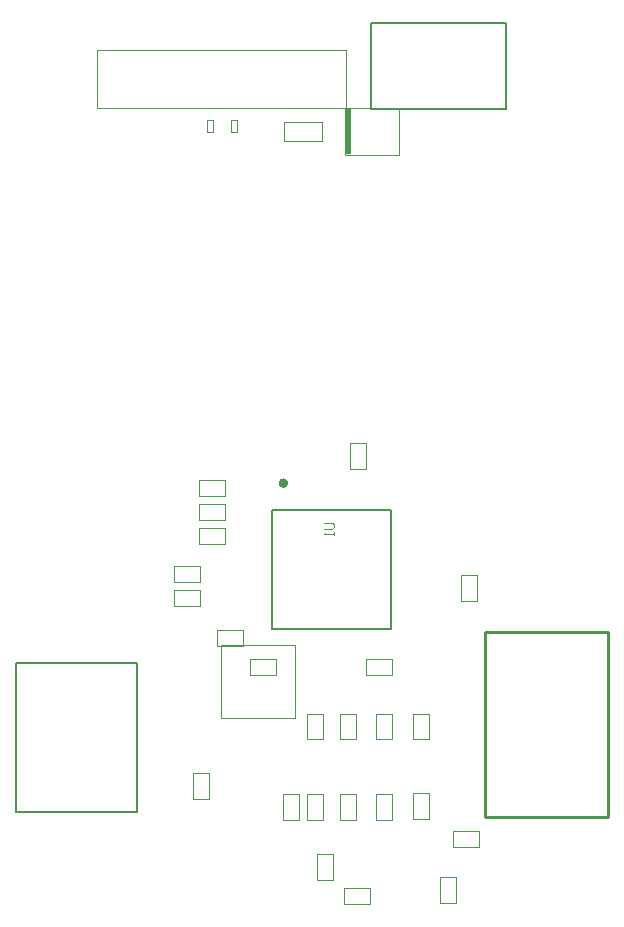
<source format=gbr>
%TF.GenerationSoftware,Altium Limited,Altium Designer,20.1.14 (287)*%
G04 Layer_Color=16711935*
%FSLAX25Y25*%
%MOIN*%
%TF.SameCoordinates,66620FBD-E1AE-4FB5-826F-034038840454*%
%TF.FilePolarity,Positive*%
%TF.FileFunction,Other,Mechanical_13*%
%TF.Part,Single*%
G01*
G75*
%TA.AperFunction,NonConductor*%
%ADD43C,0.01575*%
%ADD44C,0.00787*%
%ADD45C,0.00197*%
%ADD47C,0.00394*%
%ADD48C,0.01000*%
%ADD77C,0.00500*%
%ADD78C,0.00591*%
%ADD87R,0.02436X0.15551*%
D43*
X91287Y145200D02*
G03*
X91287Y145200I-787J0D01*
G01*
D44*
X41600Y35598D02*
Y85402D01*
X1390Y35598D02*
X41600D01*
X1390D02*
Y85402D01*
X41600D01*
D45*
X104151Y132100D02*
X106775D01*
X107300Y131575D01*
Y130526D01*
X106775Y130001D01*
X104151D01*
X107300Y128951D02*
Y127902D01*
Y128427D01*
X104151D01*
X104676Y128951D01*
D47*
X90795Y259351D02*
Y265650D01*
X103394Y259351D02*
Y265650D01*
X90795D02*
X103394D01*
X90795Y259351D02*
X103394D01*
X142842Y5429D02*
X148158D01*
X142842Y14091D02*
X148158D01*
X142842Y5429D02*
Y14091D01*
X148158Y5429D02*
Y14091D01*
X60343Y39929D02*
X65658D01*
X60343Y48591D02*
X65658D01*
Y39929D02*
Y48591D01*
X60343Y39929D02*
Y48591D01*
X69776Y66795D02*
X94224D01*
Y91205D01*
X69776Y66795D02*
Y91205D01*
X94224D01*
X28504Y270256D02*
X111496D01*
X28504Y289744D02*
X111496D01*
X28504Y270256D02*
Y289744D01*
X111496Y270256D02*
Y289744D01*
X133843Y33169D02*
X139157D01*
X133843Y41831D02*
X139157D01*
Y33169D02*
Y41831D01*
X133843Y33169D02*
Y41831D01*
X109343Y32909D02*
X114657D01*
X109343Y41571D02*
X114657D01*
Y32909D02*
Y41571D01*
X109343Y32909D02*
Y41571D01*
X98343Y32909D02*
X103657D01*
X98343Y41571D02*
X103657D01*
Y32909D02*
Y41571D01*
X98343Y32909D02*
Y41571D01*
X121343Y32909D02*
X126657D01*
X121343Y41571D02*
X126657D01*
Y32909D02*
Y41571D01*
X121343Y32909D02*
Y41571D01*
X146929Y23843D02*
Y29158D01*
X155591Y23843D02*
Y29158D01*
X146929Y23843D02*
X155591D01*
X146929Y29158D02*
X155591D01*
X101842Y21590D02*
X107158D01*
X101842Y12929D02*
X107158D01*
X101842D02*
Y21590D01*
X107158Y12929D02*
Y21590D01*
X62410Y140842D02*
Y146158D01*
X71071Y140842D02*
Y146158D01*
X62410Y140842D02*
X71071D01*
X62410Y146158D02*
X71071D01*
X62410Y132843D02*
Y138157D01*
X71071Y132843D02*
Y138157D01*
X62410Y132843D02*
X71071D01*
X62410Y138157D02*
X71071D01*
X62410Y124843D02*
Y130157D01*
X71071Y124843D02*
Y130157D01*
X62410Y124843D02*
X71071D01*
X62410Y130157D02*
X71071D01*
X79409Y81343D02*
Y86658D01*
X88071Y81343D02*
Y86658D01*
X79409Y81343D02*
X88071D01*
X79409Y86658D02*
X88071D01*
X98343Y60000D02*
Y68268D01*
X103657Y60000D02*
Y68268D01*
X98343Y60000D02*
X103657D01*
X98343Y68268D02*
X103657D01*
X133843Y60000D02*
Y68268D01*
X139157Y60000D02*
Y68268D01*
X133843Y60000D02*
X139157D01*
X133843Y68268D02*
X139157D01*
X109343Y60000D02*
Y68268D01*
X114657Y60000D02*
Y68268D01*
X109343Y60000D02*
X114657D01*
X109343Y68268D02*
X114657D01*
X110945Y270276D02*
X129055D01*
X110945Y254724D02*
X129055D01*
Y270276D01*
X110945Y254724D02*
Y270276D01*
X121343Y60000D02*
Y68268D01*
X126657Y60000D02*
Y68268D01*
X121343Y60000D02*
X126657D01*
X121343Y68268D02*
X126657D01*
X126681Y81343D02*
Y86658D01*
X118020Y81343D02*
Y86658D01*
X126681D01*
X118020Y81343D02*
X126681D01*
X119480Y4843D02*
Y10158D01*
X110819Y4843D02*
Y10158D01*
X119480D01*
X110819Y4843D02*
X119480D01*
X90342Y32819D02*
X95657D01*
X90342Y41480D02*
X95657D01*
Y32819D02*
Y41480D01*
X90342Y32819D02*
Y41480D01*
X68319Y90842D02*
Y96157D01*
X76980Y90842D02*
Y96157D01*
X68319Y90842D02*
X76980D01*
X68319Y96157D02*
X76980D01*
X62681Y112343D02*
Y117657D01*
X54020Y112343D02*
Y117657D01*
X62681D01*
X54020Y112343D02*
X62681D01*
X54020Y104342D02*
Y109658D01*
X62681Y104342D02*
Y109658D01*
X54020Y104342D02*
X62681D01*
X54020Y109658D02*
X62681D01*
X149843Y114681D02*
X155157D01*
X149843Y106020D02*
X155157D01*
X149843D02*
Y114681D01*
X155157Y106020D02*
Y114681D01*
X112843Y158480D02*
X118157D01*
X112843Y149819D02*
X118157D01*
X112843D02*
Y158480D01*
X118157Y149819D02*
Y158480D01*
X72917Y262205D02*
Y266339D01*
X75083Y262205D02*
Y266339D01*
X72917Y262205D02*
X75083D01*
X72917Y266339D02*
X75083D01*
X64917Y262205D02*
Y266339D01*
X67083Y262205D02*
Y266339D01*
X64917Y262205D02*
X67083D01*
X64917Y266339D02*
X67083D01*
D48*
X157700Y33945D02*
X198610D01*
Y95559D01*
X157700D02*
X198610D01*
X157700Y33945D02*
Y95559D01*
D77*
X119626Y269933D02*
X164587D01*
X119626D02*
Y298673D01*
X164587D01*
Y269933D02*
Y298673D01*
D78*
X86618Y96618D02*
Y136382D01*
Y96618D02*
X126382D01*
Y136382D01*
X86618D02*
X126382D01*
D87*
X112163Y262500D02*
D03*
%TF.MD5,b7081860db273c2cba7947a16fe5da10*%
M02*

</source>
